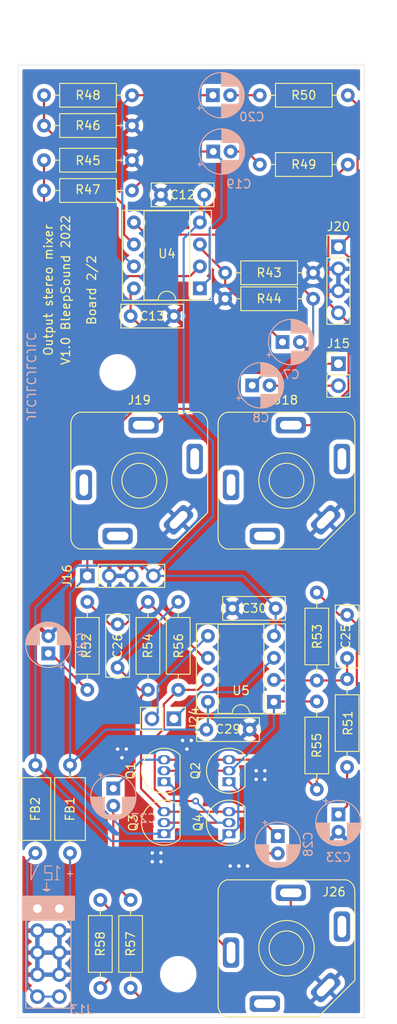
<source format=kicad_pcb>
(kicad_pcb (version 20211014) (generator pcbnew)
  (layers (0 "F.Cu" signal) (31 "B.Cu" signal) (34 "B.Paste" user) (35 "F.Paste" user) (36 "B.SilkS" user "B.Silkscreen") (37 "F.SilkS" user "F.Silkscreen") (38 "B.Mask" user) (39 "F.Mask" user) (44 "Edge.Cuts" user))
  (net 0 "")
  (net 1 "+12V")
  (net 2 "-12V")
  (net 3 "/AmpL")
  (net 4 "/AmpR")
  (net 5 "Net-(FB1-Pad2)")
  (net 6 "Net-(FB2-Pad2)")
  (net 7 "Net-(C23-Pad1)")
  (net 8 "Net-(C24-Pad1)")
  (net 9 "Net-(C25-Pad1)")
  (net 10 "/OutL")
  (net 11 "Net-(C26-Pad1)")
  (net 12 "Net-(C28-Pad2)")
  (net 13 "/Headphones Amp/Head-R")
  (net 14 "/Headphones Amp/Head-L")
  (net 15 "Net-(Q1-Pad2)")
  (net 16 "Net-(Q3-Pad2)")
  (net 17 "/OutR")
  (net 18 "Net-(C7-Pad1)")
  (net 19 "Net-(C8-Pad1)")
  (net 20 "Net-(C19-Pad2)")
  (net 21 "/Headphones Amp/HeadAmpL")
  (net 22 "/Headphones Amp/HeadAmpR")
  (net 23 "Net-(C20-Pad2)")
  (net 24 "Net-(C19-Pad1)")
  (net 25 "Net-(C20-Pad1)")
  (net 26 "Net-(C25-Pad2)")
  (net 27 "Net-(C26-Pad2)")
  (net 28 "Net-(C27-Pad2)")
  (net 35 "GND")
  (net 38 "Net-(R45-Pad2)")
  (net 39 "Net-(R46-Pad2)")
  (footprint "Resistor_THT:R_Axial_DIN0207_L6.3mm_D2.5mm_P10.16mm_Horizontal" (layer "F.Cu") (at 196 102.08 90)
    (fp_text reference "R53" (at 5.08 0.05 90) (layer "F.SilkS"))
    (fp_text value "10k")
    (pad "1" thru_hole circle locked (at 0 0 90) (size 1.6 1.6) (drill 0.8) (layers *.Cu *.Mask) (net 9 "Net-(C25-Pad1)"))
    (pad "2" thru_hole oval locked (at 10.16 0 90) (size 1.6 1.6) (drill 0.8) (layers *.Cu *.Mask) (net 26 "Net-(C25-Pad2)"))
  )
  (footprint "Synth:PJ-629HAN" (layer "F.Cu") (at 175.5 79)
    (fp_text reference "J19" (at 0 -9.3 unlocked) (layer "F.SilkS"))
    (fp_text value "OutL")
    (pad "R" thru_hole roundrect locked (at -6.4 0.5 270) (size 3.5 1.9) (drill oval 2.5 1) (layers *.Cu *.Mask))
    (pad "RN" thru_hole roundrect locked (at -2.5 6.4 180) (size 3.5 1.9) (drill oval 2.5 1) (layers *.Cu *.Mask))
    (pad "S" thru_hole roundrect locked (at 4.53 4.53 45) (size 3.5 1.9) (drill oval 2.5 1) (layers *.Cu *.Mask) (net 35 "GND"))
    (pad "T" thru_hole roundrect locked (at 0.5 -6.4 180) (size 3.5 1.9) (drill oval 2.5 1) (layers *.Cu *.Mask) (net 10 "/OutL"))
    (pad "TN" thru_hole roundrect locked (at 6.4 -2.5 90) (size 3.5 1.9) (drill oval 2.5 1) (layers *.Cu *.Mask))
  )
  (footprint "Resistor_THT:R_Axial_DIN0207_L6.3mm_D2.5mm_P10.16mm_Horizontal" (layer "F.Cu") (at 171 137.58 90)
    (fp_text reference "R58" (at 5.08 0 90) (layer "F.SilkS"))
    (fp_text value "47R")
    (pad "1" thru_hole circle locked (at 0 0 90) (size 1.6 1.6) (drill 0.8) (layers *.Cu *.Mask) (net 13 "/Headphones Amp/Head-R"))
    (pad "2" thru_hole oval locked (at 10.16 0 90) (size 1.6 1.6) (drill 0.8) (layers *.Cu *.Mask) (net 12 "Net-(C28-Pad2)"))
  )
  (footprint "Connector_PinHeader_2.54mm:PinHeader_1x04_P2.54mm_Vertical" (layer "F.Cu") (at 198.5 52)
    (fp_text reference "J20" (at 0 -2.33) (layer "F.SilkS"))
    (fp_text value "Jack 3.5 Out")
    (pad "1" thru_hole rect locked (at 0 0) (size 1.7 1.7) (drill 1) (layers *.Cu *.Mask) (net 17 "/OutR"))
    (pad "2" thru_hole oval locked (at 0 2.54) (size 1.7 1.7) (drill 1) (layers *.Cu *.Mask) (net 35 "GND"))
    (pad "3" thru_hole oval locked (at 0 5.08) (size 1.7 1.7) (drill 1) (layers *.Cu *.Mask) (net 35 "GND"))
    (pad "4" thru_hole oval locked (at 0 7.62) (size 1.7 1.7) (drill 1) (layers *.Cu *.Mask) (net 10 "/OutL"))
  )
  (footprint "Package_TO_SOT_THT:TO-92_Inline" (layer "F.Cu") (at 185.86 113.77 90)
    (fp_text reference "Q2" (at 1.27 -3.86 90) (layer "F.SilkS"))
    (fp_text value "BC558")
    (pad "1" thru_hole rect locked (at 0 0 90) (size 1.05 1.5) (drill 0.75) (layers *.Cu *.Mask) (net 2 "-12V"))
    (pad "2" thru_hole oval locked (at 1.27 0 90) (size 1.05 1.5) (drill 0.75) (layers *.Cu *.Mask) (net 15 "Net-(Q1-Pad2)"))
    (pad "3" thru_hole oval locked (at 2.54 0 90) (size 1.05 1.5) (drill 0.75) (layers *.Cu *.Mask) (net 26 "Net-(C25-Pad2)"))
  )
  (footprint "Connector_PinHeader_2.54mm:PinHeader_1x02_P2.54mm_Vertical" (layer "F.Cu") (at 198.5 65.5)
    (fp_text reference "J15" (at 0 -2.33) (layer "F.SilkS"))
    (fp_text value "Conn_01x02_Male")
    (pad "1" thru_hole rect locked (at 0 0) (size 1.7 1.7) (drill 1) (layers *.Cu *.Mask) (net 3 "/AmpL"))
    (pad "2" thru_hole oval locked (at 0 2.54) (size 1.7 1.7) (drill 1) (layers *.Cu *.Mask) (net 4 "/AmpR"))
  )
  (footprint "Inductor_THT:L_Axial_L7.0mm_D3.3mm_P10.16mm_Horizontal_Fastron_MICC" (layer "F.Cu") (at 167.5 111.84 -90)
    (fp_text reference "FB1" (at 5.08 0 90) (layer "F.SilkS"))
    (fp_text value "10R")
    (pad "1" thru_hole circle locked (at 0 0 270) (size 1.6 1.6) (drill 0.8) (layers *.Cu *.Mask) (net 1 "+12V"))
    (pad "2" thru_hole oval locked (at 10.16 0 270) (size 1.6 1.6) (drill 0.8) (layers *.Cu *.Mask) (net 5 "Net-(FB1-Pad2)"))
  )
  (footprint "Package_TO_SOT_THT:TO-92_Inline" (layer "F.Cu") (at 185.86 119.77 90)
    (fp_text reference "Q4" (at 1.27 -3.56 90) (layer "F.SilkS"))
    (fp_text value "BC558")
    (pad "1" thru_hole rect locked (at 0 0 90) (size 1.05 1.5) (drill 0.75) (layers *.Cu *.Mask) (net 2 "-12V"))
    (pad "2" thru_hole oval locked (at 1.27 0 90) (size 1.05 1.5) (drill 0.75) (layers *.Cu *.Mask) (net 16 "Net-(Q3-Pad2)"))
    (pad "3" thru_hole oval locked (at 2.54 0 90) (size 1.05 1.5) (drill 0.75) (layers *.Cu *.Mask) (net 27 "Net-(C26-Pad2)"))
  )
  (footprint "Resistor_THT:R_Axial_DIN0207_L6.3mm_D2.5mm_P10.16mm_Horizontal" (layer "F.Cu") (at 174.66 34.5 180)
    (fp_text reference "R48" (at 5.08 0) (layer "F.SilkS"))
    (fp_text value "100k")
    (pad "1" thru_hole circle locked (at 0 0 180) (size 1.6 1.6) (drill 0.8) (layers *.Cu *.Mask) (net 25 "Net-(C20-Pad1)"))
    (pad "2" thru_hole oval locked (at 10.16 0 180) (size 1.6 1.6) (drill 0.8) (layers *.Cu *.Mask) (net 39 "Net-(R46-Pad2)"))
  )
  (footprint "Resistor_THT:R_Axial_DIN0207_L6.3mm_D2.5mm_P10.16mm_Horizontal" (layer "F.Cu") (at 196 104.5 -90)
    (fp_text reference "R55" (at 5.08 0 90) (layer "F.SilkS"))
    (fp_text value "560R")
    (pad "1" thru_hole circle locked (at 0 0 270) (size 1.6 1.6) (drill 0.8) (layers *.Cu *.Mask) (net 15 "Net-(Q1-Pad2)"))
    (pad "2" thru_hole oval locked (at 10.16 0 270) (size 1.6 1.6) (drill 0.8) (layers *.Cu *.Mask) (net 26 "Net-(C25-Pad2)"))
  )
  (footprint "Resistor_THT:R_Axial_DIN0207_L6.3mm_D2.5mm_P10.16mm_Horizontal" (layer "F.Cu") (at 199.5 112.08 90)
    (fp_text reference "R51" (at 5.08 0.1 90) (layer "F.SilkS"))
    (fp_text value "1k")
    (pad "1" thru_hole circle locked (at 0 0 90) (size 1.6 1.6) (drill 0.8) (layers *.Cu *.Mask) (net 7 "Net-(C23-Pad1)"))
    (pad "2" thru_hole oval locked (at 10.16 0 90) (size 1.6 1.6) (drill 0.8) (layers *.Cu *.Mask) (net 9 "Net-(C25-Pad1)"))
  )
  (footprint "Synth:PJ-629HAN" (layer "F.Cu") (at 192.5 79)
    (fp_text reference "J18" (at 0 -9.3 unlocked) (layer "F.SilkS"))
    (fp_text value "OutR")
    (pad "R" thru_hole roundrect locked (at -6.4 0.5 270) (size 3.5 1.9) (drill oval 2.5 1) (layers *.Cu *.Mask))
    (pad "RN" thru_hole roundrect locked (at -2.5 6.4 180) (size 3.5 1.9) (drill oval 2.5 1) (layers *.Cu *.Mask))
    (pad "S" thru_hole roundrect locked (at 4.53 4.53 45) (size 3.5 1.9) (drill oval 2.5 1) (layers *.Cu *.Mask) (net 35 "GND"))
    (pad "T" thru_hole roundrect locked (at 0.5 -6.4 180) (size 3.5 1.9) (drill oval 2.5 1) (layers *.Cu *.Mask) (net 17 "/OutR"))
    (pad "TN" thru_hole roundrect locked (at 6.4 -2.5 90) (size 3.5 1.9) (drill oval 2.5 1) (layers *.Cu *.Mask))
  )
  (footprint "MountingHole:MountingHole_3.2mm_M3" (layer "F.Cu") (at 180 136)
    (fp_text reference "H6" hide)
    (fp_text value "SpacerHoles")
    (pad "" np_thru_hole circle locked (at 0 0) (size 3.2 3.2) (drill 3.2) (layers *.Cu *.Mask))
  )
  (footprint "Capacitor_THT:C_Disc_D7.0mm_W2.5mm_P5.00mm" (layer "F.Cu") (at 174.5 60)
    (fp_text reference "C13" (at 2.5 0) (layer "F.SilkS"))
    (fp_text value "100nF")
    (pad "1" thru_hole circle locked (at 0 0) (size 1.6 1.6) (drill 0.8) (layers *.Cu *.Mask) (net 1 "+12V"))
    (pad "2" thru_hole circle locked (at 5 0) (size 1.6 1.6) (drill 0.8) (layers *.Cu *.Mask) (net 35 "GND"))
  )
  (footprint "Resistor_THT:R_Axial_DIN0207_L6.3mm_D2.5mm_P10.16mm_Horizontal" (layer "F.Cu") (at 174.66 42 180)
    (fp_text reference "R45" (at 5.08 -0.05) (layer "F.SilkS"))
    (fp_text value "100k")
    (pad "1" thru_hole circle locked (at 0 0 180) (size 1.6 1.6) (drill 0.8) (layers *.Cu *.Mask) (net 35 "GND"))
    (pad "2" thru_hole oval locked (at 10.16 0 180) (size 1.6 1.6) (drill 0.8) (layers *.Cu *.Mask) (net 38 "Net-(R45-Pad2)"))
  )
  (footprint "Resistor_THT:R_Axial_DIN0207_L6.3mm_D2.5mm_P10.16mm_Horizontal" (layer "F.Cu") (at 199.58 34.5 180)
    (fp_text reference "R50" (at 5.08 0) (layer "F.SilkS"))
    (fp_text value "470R")
    (pad "1" thru_hole circle locked (at 0 0 180) (size 1.6 1.6) (drill 0.8) (layers *.Cu *.Mask) (net 17 "/OutR"))
    (pad "2" thru_hole oval locked (at 10.16 0 180) (size 1.6 1.6) (drill 0.8) (layers *.Cu *.Mask) (net 23 "Net-(C20-Pad2)"))
  )
  (footprint "Package_TO_SOT_THT:TO-92_Inline" (layer "F.Cu") (at 178.36 113.77 90)
    (fp_text reference "Q1" (at 1.27 -3.86 90) (layer "F.SilkS"))
    (fp_text value "BC548")
    (pad "1" thru_hole rect locked (at 0 0 90) (size 1.05 1.5) (drill 0.75) (layers *.Cu *.Mask) (net 1 "+12V"))
    (pad "2" thru_hole oval locked (at 1.27 0 90) (size 1.05 1.5) (drill 0.75) (layers *.Cu *.Mask) (net 15 "Net-(Q1-Pad2)"))
    (pad "3" thru_hole oval locked (at 2.54 0 90) (size 1.05 1.5) (drill 0.75) (layers *.Cu *.Mask) (net 26 "Net-(C25-Pad2)"))
  )
  (footprint "Resistor_THT:R_Axial_DIN0207_L6.3mm_D2.5mm_P10.16mm_Horizontal" (layer "F.Cu") (at 169.5 103.16 90)
    (fp_text reference "R52" (at 5.08 -0.1 90) (layer "F.SilkS"))
    (fp_text value "1k")
    (pad "1" thru_hole circle locked (at 0 0 90) (size 1.6 1.6) (drill 0.8) (layers *.Cu *.Mask) (net 8 "Net-(C24-Pad1)"))
    (pad "2" thru_hole oval locked (at 10.16 0 90) (size 1.6 1.6) (drill 0.8) (layers *.Cu *.Mask) (net 11 "Net-(C26-Pad1)"))
  )
  (footprint "Package_TO_SOT_THT:TO-92_Inline" (layer "F.Cu") (at 178.36 119.77 90)
    (fp_text reference "Q3" (at 1.27 -3.56 90) (layer "F.SilkS"))
    (fp_text value "BC548")
    (pad "1" thru_hole rect locked (at 0 0 90) (size 1.05 1.5) (drill 0.75) (layers *.Cu *.Mask) (net 1 "+12V"))
    (pad "2" thru_hole oval locked (at 1.27 0 90) (size 1.05 1.5) (drill 0.75) (layers *.Cu *.Mask) (net 16 "Net-(Q3-Pad2)"))
    (pad "3" thru_hole oval locked (at 2.54 0 90) (size 1.05 1.5) (drill 0.75) (layers *.Cu *.Mask) (net 27 "Net-(C26-Pad2)"))
  )
  (footprint "Resistor_THT:R_Axial_DIN0207_L6.3mm_D2.5mm_P10.16mm_Horizontal" (layer "F.Cu") (at 199.58 42.5 180)
    (fp_text reference "R49" (at 5.08 0) (layer "F.SilkS"))
    (fp_text value "470R")
    (pad "1" thru_hole circle locked (at 0 0 180) (size 1.6 1.6) (drill 0.8) (layers *.Cu *.Mask) (net 10 "/OutL"))
    (pad "2" thru_hole oval locked (at 10.16 0 180) (size 1.6 1.6) (drill 0.8) (layers *.Cu *.Mask) (net 20 "Net-(C19-Pad2)"))
  )
  (footprint "Connector_PinHeader_2.54mm:PinHeader_1x04_P2.54mm_Vertical" (layer "F.Cu") (at 169.5 90 90)
    (fp_text reference "J16" (at 0 -2.33 90) (layer "F.SilkS"))
    (fp_text value "Conn_01x04_Male")
    (pad "1" thru_hole rect locked (at 0 0 90) (size 1.7 1.7) (drill 1) (layers *.Cu *.Mask) (net 1 "+12V"))
    (pad "2" thru_hole oval locked (at 0 2.54 90) (size 1.7 1.7) (drill 1) (layers *.Cu *.Mask) (net 35 "GND"))
    (pad "3" thru_hole oval locked (at 0 5.08 90) (size 1.7 1.7) (drill 1) (layers *.Cu *.Mask) (net 35 "GND"))
    (pad "4" thru_hole oval locked (at 0 7.62 90) (size 1.7 1.7) (drill 1) (layers *.Cu *.Mask) (net 2 "-12V"))
  )
  (footprint "Resistor_THT:R_Axial_DIN0207_L6.3mm_D2.5mm_P10.16mm_Horizontal" (layer "F.Cu") (at 180 103.16 90)
    (fp_text reference "R56" (at 5.08 0.05 90) (layer "F.SilkS"))
    (fp_text value "560R")
    (pad "1" thru_hole circle locked (at 0 0 90) (size 1.6 1.6) (drill 0.8) (layers *.Cu *.Mask) (net 16 "Net-(Q3-Pad2)"))
    (pad "2" thru_hole oval locked (at 10.16 0 90) (size 1.6 1.6) (drill 0.8) (layers *.Cu *.Mask) (net 27 "Net-(C26-Pad2)"))
  )
  (footprint "Resistor_THT:R_Axial_DIN0207_L6.3mm_D2.5mm_P10.16mm_Horizontal" (layer "F.Cu") (at 176.5 93 -90)
    (fp_text reference "R54" (at 5.08 0 90) (layer "F.SilkS"))
    (fp_text value "10k")
    (pad "1" thru_hole circle locked (at 0 0 270) (size 1.6 1.6) (drill 0.8) (layers *.Cu *.Mask) (net 11 "Net-(C26-Pad1)"))
    (pad "2" thru_hole oval locked (at 10.16 0 270) (size 1.6 1.6) (drill 0.8) (layers *.Cu *.Mask) (net 27 "Net-(C26-Pad2)"))
  )
  (footprint "Capacitor_THT:C_Disc_D7.0mm_W2.5mm_P5.00mm" (layer "F.Cu") (at 178 46)
    (fp_text reference "C12" (at 2.5 0) (layer "F.SilkS"))
    (fp_text value "100nF")
    (pad "1" thru_hole circle locked (at 0 0) (size 1.6 1.6) (drill 0.8) (layers *.Cu *.Mask) (net 35 "GND"))
    (pad "2" thru_hole circle locked (at 5 0) (size 1.6 1.6) (drill 0.8) (layers *.Cu *.Mask) (net 2 "-12V"))
  )
  (footprint "Package_DIP:DIP-8_W7.62mm_Socket" (layer "F.Cu") (at 182.5 56.8 180)
    (fp_text reference "U4" (at 3.81 4) (layer "F.SilkS"))
    (fp_text value "TL072")
    (pad "1" thru_hole rect locked (at 0 0 180) (size 1.6 1.6) (drill 0.8) (layers *.Cu *.Mask) (net 24 "Net-(C19-Pad1)"))
    (pad "2" thru_hole oval locked (at 0 2.54 180) (size 1.6 1.6) (drill 0.8) (layers *.Cu *.Mask) (net 38 "Net-(R45-Pad2)"))
    (pad "3" thru_hole oval locked (at 0 5.08 180) (size 1.6 1.6) (drill 0.8) (layers *.Cu *.Mask) (net 18 "Net-(C7-Pad1)"))
    (pad "4" thru_hole oval locked (at 0 7.62 180) (size 1.6 1.6) (drill 0.8) (layers *.Cu *.Mask) (net 2 "-12V"))
    (pad "5" thru_hole oval locked (at 7.62 7.62 180) (size 1.6 1.6) (drill 0.8) (layers *.Cu *.Mask) (net 19 "Net-(C8-Pad1)"))
    (pad "6" thru_hole oval locked (at 7.62 5.08 180) (size 1.6 1.6) (drill 0.8) (layers *.Cu *.Mask) (net 39 "Net-(R46-Pad2)"))
    (pad "7" thru_hole oval locked (at 7.62 2.54 180) (size 1.6 1.6) (drill 0.8) (layers *.Cu *.Mask) (net 25 "Net-(C20-Pad1)"))
    (pad "8" thru_hole oval locked (at 7.62 0 180) (size 1.6 1.6) (drill 0.8) (layers *.Cu *.Mask) (net 1 "+12V"))
  )
  (footprint "Capacitor_THT:C_Disc_D7.0mm_W2.5mm_P5.00mm" (layer "F.Cu") (at 173 95.58 -90)
    (fp_text reference "C26" (at 2.5 0 90) (layer "F.SilkS"))
    (fp_text value "470pF")
    (pad "1" thru_hole circle locked (at 0 0 270) (size 1.6 1.6) (drill 0.8) (layers *.Cu *.Mask) (net 11 "Net-(C26-Pad1)"))
    (pad "2" thru_hole circle locked (at 5 0 270) (size 1.6 1.6) (drill 0.8) (layers *.Cu *.Mask) (net 27 "Net-(C26-Pad2)"))
  )
  (footprint "Resistor_THT:R_Axial_DIN0207_L6.3mm_D2.5mm_P10.16mm_Horizontal" (layer "F.Cu") (at 174.5 137.58 90)
    (fp_text reference "R57" (at 5.08 0 90) (layer "F.SilkS"))
    (fp_text value "47R")
    (pad "1" thru_hole circle locked (at 0 0 90) (size 1.6 1.6) (drill 0.8) (layers *.Cu *.Mask) (net 14 "/Headphones Amp/Head-L"))
    (pad "2" thru_hole oval locked (at 10.16 0 90) (size 1.6 1.6) (drill 0.8) (layers *.Cu *.Mask) (net 28 "Net-(C27-Pad2)"))
  )
  (footprint "Resistor_THT:R_Axial_DIN0207_L6.3mm_D2.5mm_P10.16mm_Horizontal" (layer "F.Cu") (at 174.66 45.5 180)
    (fp_text reference "R47" (at 5.099775 0.1) (layer "F.SilkS"))
    (fp_text value "100k")
    (pad "1" thru_hole circle locked (at 0 0 180) (size 1.6 1.6) (drill 0.8) (layers *.Cu *.Mask) (net 24 "Net-(C19-Pad1)"))
    (pad "2" thru_hole oval locked (at 10.16 0 180) (size 1.6 1.6) (drill 0.8) (layers *.Cu *.Mask) (net 38 "Net-(R45-Pad2)"))
  )
  (footprint "Resistor_THT:R_Axial_DIN0207_L6.3mm_D2.5mm_P10.16mm_Horizontal" (layer "F.Cu") (at 185.42 58)
    (fp_text reference "R44" (at 5.08 0) (layer "F.SilkS"))
    (fp_text value "100k")
    (pad "1" thru_hole circle locked (at 0 0) (size 1.6 1.6) (drill 0.8) (layers *.Cu *.Mask) (net 35 "GND"))
    (pad "2" thru_hole oval locked (at 10.16 0) (size 1.6 1.6) (drill 0.8) (layers *.Cu *.Mask) (net 19 "Net-(C8-Pad1)"))
  )
  (footprint "Inductor_THT:L_Axial_L7.0mm_D3.3mm_P10.16mm_Horizontal_Fastron_MICC" (layer "F.Cu") (at 163.5 111.84 -90)
    (fp_text reference "FB2" (at 5.08 0 90) (layer "F.SilkS"))
    (fp_text value "10R")
    (pad "1" thru_hole circle locked (at 0 0 270) (size 1.6 1.6) (drill 0.8) (layers *.Cu *.Mask) (net 2 "-12V"))
    (pad "2" thru_hole oval locked (at 10.16 0 270) (size 1.6 1.6) (drill 0.8) (layers *.Cu *.Mask) (net 6 "Net-(FB2-Pad2)"))
  )
  (footprint "Capacitor_THT:C_Disc_D7.0mm_W2.5mm_P5.00mm" (layer "F.Cu") (at 191.25 93.75 180)
    (fp_text reference "C30" (at 2.5 0) (layer "F.SilkS"))
    (fp_text value "100nF")
    (pad "1" thru_hole circle locked (at 0 0 180) (size 1.6 1.6) (drill 0.8) (layers *.Cu *.Mask) (net 2 "-12V"))
    (pad "2" thru_hole circle locked (at 5 0 180) (size 1.6 1.6) (drill 0.8) (layers *.Cu *.Mask) (net 35 "GND"))
  )
  (footprint "Capacitor_THT:C_Disc_D7.0mm_W2.5mm_P5.00mm" (layer "F.Cu") (at 183.25 107.75)
    (fp_text reference "C29" (at 2.5 -0.05) (layer "F.SilkS"))
    (fp_text value "100nF")
    (pad "1" thru_hole circle locked (at 0 0) (size 1.6 1.6) (drill 0.8) (layers *.Cu *.Mask) (net 1 "+12V"))
    (pad "2" thru_hole circle locked (at 5 0) (size 1.6 1.6) (drill 0.8) (layers *.Cu *.Mask) (net 35 "GND"))
  )
  (footprint "Resistor_THT:R_Axial_DIN0207_L6.3mm_D2.5mm_P10.16mm_Horizontal" (layer "F.Cu") (at 174.66 38 180)
    (fp_text reference "R46" (at 5.08 0) (layer "F.SilkS"))
    (fp_text value "100k")
    (pad "1" thru_hole circle locked (at 0 0 180) (size 1.6 1.6) (drill 0.8) (layers *.Cu *.Mask) (net 35 "GND"))
    (pad "2" thru_hole oval locked (at 10.16 0 180) (size 1.6 1.6) (drill 0.8) (layers *.Cu *.Mask) (net 39 "Net-(R46-Pad2)"))
  )
  (footprint "MountingHole:MountingHole_3.2mm_M3" (layer "F.Cu") (at 173 66.5)
    (fp_text reference "H8" hide)
    (fp_text value "SpacerHoles")
    (pad "" np_thru_hole circle locked (at 0 0) (size 3.2 3.2) (drill 3.2) (layers *.Cu *.Mask))
  )
  (footprint "Resistor_THT:R_Axial_DIN0207_L6.3mm_D2.5mm_P10.16mm_Horizontal" (layer "F.Cu") (at 195.58 55 180)
    (fp_text reference "R43" (at 5.08 0) (layer "F.SilkS"))
    (fp_text value "100k")
    (pad "1" thru_hole circle locked (at 0 0 180) (size 1.6 1.6) (drill 0.8) (layers *.Cu *.Mask) (net 35 "GND"))
    (pad "2" thru_hole oval locked (at 10.16 0 180) (size 1.6 1.6) (drill 0.8) (layers *.Cu *.Mask) (net 18 "Net-(C7-Pad1)"))
  )
  (footprint "Package_DIP:DIP-8_W7.62mm_Socket" (layer "F.Cu") (at 191.05 104.55 180)
    (fp_text reference "U5" (at 3.8 1.3) (layer "F.SilkS"))
    (fp_text value "TL072")
    (pad "1" thru_hole rect locked (at 0 0 180) (size 1.6 1.6) (drill 0.8) (layers *.Cu *.Mask) (net 15 "Net-(Q1-Pad2)"))
    (pad "2" thru_hole oval locked (at 0 2.54 180) (size 1.6 1.6) (drill 0.8) (layers *.Cu *.Mask) (net 9 "Net-(C25-Pad1)"))
    (pad "3" thru_hole oval locked (at 0 5.08 180) (size 1.6 1.6) (drill 0.8) (layers *.Cu *.Mask) (net 21 "/Headphones Amp/HeadAmpL"))
    (pad "4" thru_hole oval locked (at 0 7.62 180) (size 1.6 1.6) (drill 0.8) (layers *.Cu *.Mask) (net 2 "-12V"))
    (pad "5" thru_hole oval locked (at 7.62 7.62 180) (size 1.6 1.6) (drill 0.8) (layers *.Cu *.Mask) (net 22 "/Headphones Amp/HeadAmpR"))
    (pad "6" thru_hole oval locked (at 7.62 5.08 180) (size 1.6 1.6) (drill 0.8) (layers *.Cu *.Mask) (net 11 "Net-(C26-Pad1)"))
    (pad "7" thru_hole oval locked (at 7.62 2.54 180) (size 1.6 1.6) (drill 0.8) (layers *.Cu *.Mask) (net 16 "Net-(Q3-Pad2)"))
    (pad "8" thru_hole oval locked (at 7.62 0 180) (size 1.6 1.6) (drill 0.8) (layers *.Cu *.Mask) (net 1 "+12V"))
  )
  (footprint "Connector_PinHeader_2.54mm:PinHeader_1x02_P2.54mm_Vertical" (layer "F.Cu") (at 179.5 106.5 -90)
    (fp_text reference "J24" (at 0 -2.33 90) (layer "F.SilkS"))
    (fp_text value "Conn_01x02_Male")
    (pad "1" thru_hole rect locked (at 0 0 270) (size 1.7 1.7) (drill 1) (layers *.Cu *.Mask) (net 21 "/Headphones Amp/HeadAmpL"))
    (pad "2" thru_hole oval locked (at 0 2.54 270) (size 1.7 1.7) (drill 1) (layers *.Cu *.Mask) (net 22 "/Headphones Amp/HeadAmpR"))
  )
  (footprint "Capacitor_THT:C_Disc_D7.0mm_W2.5mm_P5.00mm" (layer "F.Cu") (at 199.5 99.5 90)
    (fp_text reference "C25" (at 2.5 -0.15 90) (layer "F.SilkS"))
    (fp_text value "470pF")
    (pad "1" thru_hole circle locked (at 0 0 90) (size 1.6 1.6) (drill 0.8) (layers *.Cu *.Mask) (net 9 "Net-(C25-Pad1)"))
    (pad "2" thru_hole circle locked (at 5 0 90) (size 1.6 1.6) (drill 0.8) (layers *.Cu *.Mask) (net 26 "Net-(C25-Pad2)"))
  )
  (footprint "Synth:PJ-629HAN" (layer "F.Cu") (at 192.5 133)
    (fp_text reference "J26" (at 5.5 -6.5 unlocked) (layer "F.SilkS"))
    (fp_text value "OutHeadStereo")
    (pad "R" thru_hole roundrect locked (at -6.4 0.5 270) (size 3.5 1.9) (drill oval 2.5 1) (layers *.Cu *.Mask) (net 13 "/Headphones Amp/Head-R"))
    (pad "RN" thru_hole roundrect locked (at -2.5 6.4 180) (size 3.5 1.9) (drill oval 2.5 1) (layers *.Cu *.Mask))
    (pad "S" thru_hole roundrect locked (at 4.53 4.53 45) (size 3.5 1.9) (drill oval 2.5 1) (layers *.Cu *.Mask) (net 35 "GND"))
    (pad "T" thru_hole roundrect locked (at 0.5 -6.4 180) (size 3.5 1.9) (drill oval 2.5 1) (layers *.Cu *.Mask) (net 14 "/Headphones Amp/Head-L"))
    (pad "TN" thru_hole roundrect locked (at 6.4 -2.5 90) (size 3.5 1.9) (drill oval 2.5 1) (layers *.Cu *.Mask))
  )
  (footprint "Capacitor_THT:CP_Radial_D5.0mm_P2.00mm" (layer "B.Cu") (at 188.544887 68)
    (fp_text reference "C8" (at 1 3.75) (layer "B.SilkS") (effects (justify mirror)))
    (fp_text value "10µF")
    (pad "1" thru_hole rect locked (at 0 0) (size 1.6 1.6) (drill 0.8) (layers *.Cu *.Mask) (net 19 "Net-(C8-Pad1)"))
    (pad "2" thru_hole circle locked (at 2 0) (size 1.6 1.6) (drill 0.8) (layers *.Cu *.Mask) (net 4 "/AmpR"))
  )
  (footprint "Capacitor_THT:CP_Radial_D5.0mm_P2.00mm" (layer "B.Cu") (at 184 34.5)
    (fp_text reference "C20" (at 4.5 2.5) (layer "B.SilkS") (effects (justify mirror)))
    (fp_text value "10µF")
    (pad "1" thru_hole rect locked (at 0 0) (size 1.6 1.6) (drill 0.8) (layers *.Cu *.Mask) (net 25 "Net-(C20-Pad1)"))
    (pad "2" thru_hole circle locked (at 2 0) (size 1.6 1.6) (drill 0.8) (layers *.Cu *.Mask) (net 23 "Net-(C20-Pad2)"))
  )
  (footprint "Capacitor_THT:CP_Radial_D5.0mm_P2.00mm" (layer "B.Cu") (at 165 98.955112 90)
    (fp_text reference "C24" (at 1 3.75 90) (layer "B.SilkS") (effects (justify mirror)))
    (fp_text value "10µF")
    (pad "1" thru_hole rect locked (at 0 0 90) (size 1.6 1.6) (drill 0.8) (layers *.Cu *.Mask) (net 8 "Net-(C24-Pad1)"))
    (pad "2" thru_hole circle locked (at 2 0 90) (size 1.6 1.6) (drill 0.8) (layers *.Cu *.Mask) (net 35 "GND"))
  )
  (footprint "Capacitor_THT:CP_Radial_D5.0mm_P2.00mm" (layer "B.Cu") (at 184.044887 41)
    (fp_text reference "C19" (at 2.955113 3.75) (layer "B.SilkS") (effects (justify mirror)))
    (fp_text value "10µF")
    (pad "1" thru_hole rect locked (at 0 0) (size 1.6 1.6) (drill 0.8) (layers *.Cu *.Mask) (net 24 "Net-(C19-Pad1)"))
    (pad "2" thru_hole circle locked (at 2 0) (size 1.6 1.6) (drill 0.8) (layers *.Cu *.Mask) (net 20 "Net-(C19-Pad2)"))
  )
  (footprint "Capacitor_THT:CP_Radial_D5.0mm_P2.00mm" (layer "B.Cu") (at 198.5 117.544888 -90)
    (fp_text reference "C23" (at 4.955112 0 180) (layer "B.SilkS") (effects (justify mirror)))
    (fp_text value "10µF")
    (pad "1" thru_hole rect locked (at 0 0 270) (size 1.6 1.6) (drill 0.8) (layers *.Cu *.Mask) (net 7 "Net-(C23-Pad1)"))
    (pad "2" thru_hole circle locked (at 2 0 270) (size 1.6 1.6) (drill 0.8) (layers *.Cu *.Mask) (net 35 "GND"))
  )
  (footprint "Capacitor_THT:CP_Radial_D5.0mm_P2.00mm" (layer "B.Cu") (at 191.5 120.044888 -90)
    (fp_text reference "C28" (at 0.955112 -3.5 90) (layer "B.SilkS") (effects (justify mirror)))
    (fp_text value "10µF")
    (pad "1" thru_hole rect locked (at 0 0 270) (size 1.6 1.6) (drill 0.8) (layers *.Cu *.Mask) (net 27 "Net-(C26-Pad2)"))
    (pad "2" thru_hole circle locked (at 2 0 270) (size 1.6 1.6) (drill 0.8) (layers *.Cu *.Mask) (net 12 "Net-(C28-Pad2)"))
  )
  (footprint "Connector_PinHeader_2.54mm:PinHeader_2x05_P2.54mm_Vertical" (layer "B.Cu") (at 166.275 128.425 180)
    (fp_text reference "J13" (at -2.5 -11.66) (layer "B.SilkS") (effects (justify mirror)))
    (fp_text value "Power Input")
    (pad "1" thru_hole rect locked (at 0 0 180) (size 1.7 1.7) (drill 1) (layers *.Cu *.Mask) (net 5 "Net-(FB1-Pad2)"))
    (pad "2" thru_hole oval locked (at 2.54 0 180) (size 1.7 1.7) (drill 1) (layers *.Cu *.Mask) (net 5 "Net-(FB1-Pad2)"))
    (pad "3" thru_hole oval locked (at 0 -2.54 180) (size 1.7 1.7) (drill 1) (layers *.Cu *.Mask) (net 35 "GND"))
    (pad "4" thru_hole oval locked (at 2.54 -2.54 180) (size 1.7 1.7) (drill 1) (layers *.Cu *.Mask) (net 35 "GND"))
    (pad "5" thru_hole oval locked (at 0 -5.08 180) (size 1.7 1.7) (drill 1) (layers *.Cu *.Mask) (net 35 "GND"))
    (pad "6" thru_hole oval locked (at 2.54 -5.08 180) (size 1.7 1.7) (drill 1) (layers *.Cu *.Mask) (net 35 "GND"))
    (pad "7" thru_hole oval locked (at 0 -7.62 180) (size 1.7 1.7) (drill 1) (layers *.Cu *.Mask) (net 35 "GND"))
    (pad "8" thru_hole oval locked (at 2.54 -7.62 180) (size 1.7 1.7) (drill 1) (layers *.Cu *.Mask) (net 35 "GND"))
    (pad "9" thru_hole oval locked (at 0 -10.16 180) (size 1.7 1.7) (drill 1) (layers *.Cu *.Mask) (net 6 "Net-(FB2-Pad2)"))
    (pad "10" thru_hole oval locked (at 2.54 -10.16 180) (size 1.7 1.7) (drill 1) (layers *.Cu *.Mask) (net 6 "Net-(FB2-Pad2)"))
  )
  (footprint "Capacitor_THT:CP_Radial_D5.0mm_P2.00mm" (layer "B.Cu") (at 172.5 114.544887 -90)
    (fp_text reference "C27" (at 3.455113 -3.5) (layer "B.SilkS") (effects (justify mirror)))
    (fp_text value "10µF")
    (pad "1" thru_hole rect locked (at 0 0 270) (size 1.6 1.6) (drill 0.8) (layers *.Cu *.Mask) (net 26 "Net-(C25-Pad2)"))
    (pad "2" thru_hole circle locked (at 2 0 270) (size 1.6 1.6) (drill 0.8) (layers *.Cu *.Mask) (net 28 "Net-(C27-Pad2)"))
  )
  (footprint "Capacitor_THT:CP_Radial_D5.0mm_P2.00mm" (layer "B.Cu") (at 192.044888 63)
    (fp_text reference "C7" (at 1 3.75) (layer "B.SilkS") (effects (justify mirror)))
    (fp_text value "10µF")
    (pad "1" thru_hole rect locked (at 0 0) (size 1.6 1.6) (drill 0.8) (layers *.Cu *.Mask) (net 18 "Net-(C7-Pad1)"))
    (pad "2" thru_hole circle locked (at 2 0) (size 1.6 1.6) (drill 0.8) (layers *.Cu *.Mask) (net 3 "/AmpL"))
  )
  (gr_line (start 164.6 123.5) (end 165.4 123.5) (layer "B.SilkS") (width 0.12))
  (gr_poly (pts (xy 168 129.75) (xy 162 129.75) (xy 162 127) (xy 168 127)) (layer "B.SilkS") (width 0.15) (fill solid))
  (gr_line (start 166 123.5) (end 166.3 123.8) (layer "B.SilkS") (width 0.12))
  (gr_line (start 163.1 123.4) (end 163 123.4) (layer "B.SilkS") (width 0.12))
  (gr_line (start 164.6 124.3) (end 164.6 123.5) (layer "B.SilkS") (width 0.12))
  (gr_line (start 163 123.4) (end 163 125.1) (layer "B.SilkS") (width 0.12))
  (gr_line (start 167.2 124.4) (end 167.8 124.4) (layer "B.SilkS") (width 0.12))
  (gr_line (start 165.4 125.1) (end 165.4 124.3) (layer "B.SilkS") (width 0.12))
  (gr_line (start 166 125.1) (end 166.2 125.1) (layer "B.SilkS") (width 0.12))
  (gr_line (start 163.9 123.4) (end 163.8 123.4) (layer "B.SilkS") (width 0.12))
  (gr_line (start 165.4 124.3) (end 164.6 124.3) (layer "B.SilkS") (width 0.12))
  (gr_line (start 163 125.1) (end 163.8 123.4) (layer "B.SilkS") (width 0.12))
  (gr_poly (pts (xy 164.8 126.4) (xy 165.2 126.2) (xy 164.4 126.2)) (layer "B.SilkS") (width 0.12) (fill solid))
  (gr_line (start 165.8 125.1) (end 166 125.1) (layer "B.SilkS") (width 0.12))
  (gr_line (start 166 125.1) (end 166 123.5) (layer "B.SilkS") (width 0.12))
  (gr_line (start 167.5 124.7) (end 167.5 124.1) (layer "B.SilkS") (width 0.12))
  (gr_line (start 164.6 125.1) (end 165.4 125.1) (layer "B.SilkS") (width 0.12))
  (gr_line (start 164.8 125.4) (end 164.8 126.4) (layer "B.SilkS") (width 0.12))
  (gr_line (start 161.5 31) (end 161.5 141) (layer "Edge.Cuts") (width 0.05))
  (gr_line (start 161.5 31) (end 201.5 31) (layer "Edge.Cuts") (width 0.05))
  (gr_line (start 201.5 141) (end 161.5 141) (layer "Edge.Cuts") (width 0.05))
  (gr_line (start 201.5 31) (end 201.5 141) (layer "Edge.Cuts") (width 0.05))
  (gr_text "JLCJLCJLCJLC\n" (at 163 67 -90) (layer "B.SilkS") (effects (font (size 1 1)) (justify mirror)))
  (gr_text "V1.0 BleepSound 2022\n" (at 167 57 90) (layer "F.SilkS") (effects (font (size 1 1))))
  (gr_text "Output stereo mixer" (at 165 57 90) (layer "F.SilkS") (effects (font (size 1 1))))
  (gr_text "Board 2/2" (at 170 57 90) (layer "F.SilkS") (effects (font (size 1 1))))
  (segment (start 169.5 90) (end 169.5 83) (width 0.25) (layer "F.Cu") (net 1))
  (segment (start 176.5 69.219308) (end 176.5 62) (width 0.25) (layer "F.Cu") (net 1))
  (segment (start 169.5 83) (end 171.5 81) (width 0.25) (layer "F.Cu") (net 1))
  (segment (start 171.5 81) (end 171.5 74.219308) (width 0.25) (layer "F.Cu") (net 1))
  (segment (start 174.5 60) (end 174.5 57.18) (width 0.25) (layer "F.Cu") (net 1))
  (segment (start 171.5 74.219308) (end 176.5 69.219308) (width 0.25) (layer "F.Cu") (net 1))
  (segment (start 174.5 57.18) (end 174.88 56.8) (width 0.25) (layer "F.Cu") (net 1))
  (segment (start 176.5 62) (end 174.5 60) (width 0.25) (layer "F.Cu") (net 1))
  (segment (start 167.5 111.84) (end 167.5 113.135187) (width 0.25) (layer "B.Cu") (net 1))
  (segment (start 178.36 113.77) (end 178.77 113.77) (width 0.25) (layer "B.Cu") (net 1))
  (segment (start 174.134813 119.77) (end 178.36 119.77) (width 0.25) (layer "B.Cu") (net 1))
  (segment (start 179.5 114.5) (end 179.5 119) (width 0.25) (layer "B.Cu") (net 1))
  (segment (start 167.5 113.135187) (end 174.134813 119.77) (width 0.25) (layer "B.Cu") (net 1))
  (segment (start 169.5 90) (end 167.5 92) (width 0.25) (layer "B.Cu") (net 1))
  (segment (start 178.36 119.77) (end 178.73 119.77) (width 0.25) (layer "B.Cu") (net 1))
  (segment (start 183.43 104.55) (end 183.43 107.57) (width 0.25) (layer "B.Cu") (net 1))
  (segment (start 171.59 107.75) (end 167.5 111.84) (width 0.25) (layer "B.Cu") (net 1))
  (segment (start 178.77 113.77) (end 179.5 114.5) (width 0.25) (layer "B.Cu") (net 1))
  (segment (start 178.73 119.77) (end 179.5 119) (width 0.25) (layer "B.Cu") (net 1))
  (segment (start 167.5 92) (end 167.5 111.84) (width 0.25) (layer "B.Cu") (net 1))
  (segment (start 183.25 107.75) (end 171.59 107.75) (width 0.25) (layer "B.Cu") (net 1))
  (segment (start 183.43 107.57) (end 183.25 107.75) (width 0.25) (layer "B.Cu") (net 1))
  (segment (start 183 48.68) (end 182.5 49.18) (width 0.25) (layer "B.Cu") (net 2))
  (segment (start 185.86 119.77) (end 185.010489 120.619511) (width 0.25) (layer "B.Cu") (net 2))
  (segment (start 163.5 93.650978) (end 168.325489 88.825489) (width 0.25) (layer "B.Cu") (net 2))
  (segment (start 185.86 113.77) (end 186.93452 114.84452) (width 0.25) (layer "B.Cu") (net 2))
  (segment (start 172.279511 120.619511) (end 163.5 111.84) (width 0.25) (layer "B.Cu") (net 2))
  (segment (start 168.325489 88.825489) (end 175.945489 88.825489) (width 0.25) (layer "B.Cu") (net 2))
  (segment (start 183 46) (end 183 48.68) (width 0.25) (layer "B.Cu") (net 2))
  (segment (start 180.62548 51.05452) (end 180.62548 71.12548) (width 0.25) (layer "B.Cu") (net 2))
  (segment (start 187.5 90) (end 191.25 93.75) (width 0.25) (layer "B.Cu") (net 2))
  (segment (start 184 74.5) (end 184 83.12) (width 0.25) (layer "B.Cu") (net 2))
  (segment (start 163.5 111.84) (end 163.5 93.650978) (width 0.25) (layer "B.Cu") (net 2))
  (segment (start 186.23 119.77) (end 185.86 119.77) (width 0.25) (layer "B.Cu") (net 2))
  (segment (start 185.010489 120.619511) (end 172.279511 120.619511) (width 0.25) (layer "B.Cu") (net 2))
  (segment (start 186.93452 114.84452) (end 186.93452 119.06548) (width 0.25) (layer "B.Cu") (net 2))
  (segment (start 182.5 49.18) (end 180.62548 51.05452) (width 0.25) (layer "B.Cu") (net 2))
  (segment (start 186.93452 119.06548) (end 186.23 119.77) (width 0.25) (layer "B.Cu") (net 2))
  (segment (start 180.62548 71.12548) (end 184 74.5) (width 0.25) (layer "B.Cu") (net 2))
  (segment (start 191.25 93.75) (end 191.25 96.73) (width 0.25) (layer "B.Cu") (net 2))
  (segment (start 175.945489 88.825489) (end 177.12 90) (width 0.25) (layer "B.Cu") (net 2))
  (segment (start 191.25 96.73) (end 191.05 96.93) (width 0.25) (layer "B.Cu") (net 2))
  (segment (start 184 83.12) (end 177.12 90) (width 0.25) (layer "B.Cu") (net 2))
  (segment (start 177.12 90) (end 187.5 90) (width 0.25) (layer "B.Cu") (net 2))
  (segment (start 198.5 65.5) (end 196.544888 65.5) (width 0.25) (layer "F.Cu") (net 3))
  (segment (start 196.544888 65.5) (end 194.044888 63) (width 0.25) (layer "F.Cu") (net 3))
  (segment (start 190.584887 68.04) (end 190.544887 68) (width 0.25) (layer "F.Cu") (net 4))
  (segment (start 198.5 68.04) (end 190.584887 68.04) (width 0.25) (layer "F.Cu") (net 4))
  (segment (start 163.735 128.425) (end 166.275 128.425) (width 0.25) (layer "B.Cu") (net 5))
  (segment (start 167.5 122) (end 167.5 127.2) (width 0.25) (layer "B.Cu") (net 5))
  (segment (start 167.5 127.2) (end 166.275 128.425) (width 0.25) (layer "B.Cu") (net 5))
  (segment (start 162.560489 137.410489) (end 163.735 138.585) (width 0.25) (layer "B.Cu") (net 6))
  (segment (start 163.5 122) (end 162.560489 122.939511) (width 0.25) (layer "B.Cu") (net 6))
  (segment (start 163.735 138.585) (end 166.275 138.585) (width 0.25) (layer "B.Cu") (net 6))
  (segment (start 162.560489 122.939511) (end 162.560489 137.410489) (width 0.25) (layer "B.Cu") (net 6))
  (segment (start 199.5 112.08) (end 199.5 116.544888) (width 0.25) (layer "F.Cu") (net 7))
  (segment (start 199.5 116.544888) (end 198.5 117.544888) (width 0.25) (layer "F.Cu") (net 7))
  (segment (start 165.295112 98.955112) (end 165 98.955112) (width 0.25) (layer "F.Cu") (net 8))
  (segment (start 169.5 103.16) (end 165.295112 98.955112) (width 0.25) (layer "F.Cu") (net 8))
  (segment (start 199.34 102.08) (end 199.5 101.92) (width 0.25) (layer "F.Cu") (net 9))
  (segment (start 196 102.08) (end 191.12 102.08) (width 0.25) (layer "F.Cu") (net 9))
  (segment (start 191.12 102.08) (end 191.05 102.01) (width 0.25) (layer "F.Cu") (net 9))
  (segment (start 199.5 99.5) (end 199.5 101.92) (width 0.25) (layer "F.Cu") (net 9))
  (segment (start 196 102.08) (end 199.34 102.08) (width 0.25) (layer "F.Cu") (net 9))
  (segment (start 197.325489 58.445489) (end 198.5 59.62) (width 0.25) (layer "F.Cu") (net 10))
  (segment (start 177.4 72.6) (end 179.28502 70.71498) (width 0.25) (layer "F.Cu") (net 10))
  (segment (start 176 72.6) (end 177.4 72.6) (width 0.25) (layer "F.Cu") (net 10))
  (segment (start 197.325489 44.754511) (end 197.325489 58.445489) (width 0.25) (layer "F.Cu") (net 10))
  (segment (start 199.674511 68.540469) (end 197.5 70.71498) (width 0.25) (layer "F.Cu") (net 10))
  (segment (start 199.58 42.5) (end 197.325489 44.754511) (width 0.25) (layer "F.Cu") (net 10))
  (segment (start 198.5 59.62) (end 199.674511 60.794511) (width 0.25) (layer "F.Cu") (net 10))
  (segment (start 197.5 70.71498) (end 179.28502 70.71498) (width 0.25) (layer "F.Cu") (net 10))
  (segment (start 199.674511 60.794511) (end 199.674511 68.540469) (width 0.25) (layer "F.Cu") (net 10))
  (segment (start 182.97 99.47) (end 183.43 99.47) (width 0.25) (layer "F.Cu") (net 11))
  (segment (start 176.5 93) (end 173.92 95.58) (width 0.25) (layer "F.Cu") (net 11))
  (segment (start 173.92 95.58) (end 173 95.58) (width 0.25) (layer "F.Cu") (net 11))
  (segment (start 169.5 93) (end 172.08 95.58) (width 0.25) (layer "F.Cu") (net 11))
  (segment (start 172.08 95.58) (end 173 95.58) (width 0.25) (layer "F.Cu") (net 11))
  (segment (start 176.5 93) (end 182.97 99.47) (width 0.25) (layer "F.Cu") (net 11))
  (segment (start 172.58 129) (end 176.089776 129) (width 0.25) (layer "F.Cu") (net 12))
  (segment (start 171 127.42) (end 172.58 129) (width 0.25) (layer "F.Cu") (net 12))
  (segment (start 176.089776 129) (end 183.044888 122.044888) (width 0.25) (layer "F.Cu") (net 12))
  (segment (start 191.5 122.044888) (end 183.044888 122.044888) (width 0.25) (layer "F.Cu") (net 12))
  (segment (start 184.6 132) (end 176.58 132) (width 0.25) (layer "F.Cu") (net 13))
  (segment (start 186.1 133.5) (end 184.6 132) (width 0.25) (layer "F.Cu") (net 13))
  (segment (start 176.58 132) (end 171 137.58) (width 0.25) (layer "F.Cu") (net 13))
  (segment (start 183.5 140) (end 176.92 140) (width 0.25) (layer "F.Cu") (net 14))
  (segment (start 193 130.5) (end 183.5 140) (width 0.25) (layer "F.Cu") (net 14))
  (segment (start 193 126.6) (end 193 130.5) (width 0.25) (layer "F.Cu") (net 14))
  (segment (start 176.92 140) (end 174.5 137.58) (width 0.25) (layer "F.Cu") (net 14))
  (segment (start 196 104.5) (end 191.1 104.5) (width 0.25) (layer "F.Cu") (net 15))
  (segment (start 191.1 104.5) (end 191.05 104.55) (width 0.25) (layer "F.Cu") (net 15))
  (segment (start 185.86 112.5) (end 178.36 112.5) (width 0.25) (layer "F.Cu") (net 15))
  (segment (start 186.085 112.5) (end 185.86 112.5) (width 0.25) (layer "B.Cu") (net 15))
  (segment (start 191.05 107.535) (end 186.085 112.5) (width 0.25) (layer "B.Cu") (net 15))
  (segment (start 191.05 104.55) (end 191.05 107.535) (width 0.25) (layer "B.Cu") (net 15))
  (segment (start 185.86 118.5) (end 178.36 118.5) (width 0.25) (layer "F.Cu") (net 16))
  (segment (start 180 103.16) (end 182.28 103.16) (width 0.25) (layer "F.Cu") (net 16))
  (segment (start 177.285489 114.619511) (end 178.665978 116) (width 0.25) (layer "F.Cu") (net 16))
  (segment (start 178.325489 107.674511) (end 177.285489 108.714511) (width 0.25) (layer "F.Cu") (net 16))
  (segment (start 182.28 103.16) (end 183.43 102.01) (width 0.25) (layer "F.Cu") (net 16))
  (segment (start 177.285489 108.714511) (end 177.285489 114.619511) (width 0.25) (layer "F.Cu") (net 16))
  (segment (start 178.325489 104.834511) (end 178.325489 107.674511) (width 0.25) (layer "F.Cu") (net 16))
  (segment (start 178.665978 116) (end 182 116) (width 0.25) (layer "F.Cu") (net 16))
  (segment (start 180 103.16) (end 178.325489 104.834511) (width 0.25) (layer "F.Cu") (net 16))
  (via (at 182 116) (size 0.8) (drill 0.4) (layers "F.Cu" "B.Cu") (net 16))
  (segment (start 184.5 118.5) (end 185.86 118.5) (width 0.25) (layer "B.Cu") (net 16))
  (segment (start 182 116) (end 184.5 118.5) (width 0.25) (layer "B.Cu") (net 16))
  (segment (start 200.124031 53.624031) (end 200.124031 68.726667) (width 0.25) (layer "F.Cu") (net 17))
  (segment (start 200.704511 49.795489) (end 200.704511 35.624511) (width 0.25) (layer "F.Cu") (net 17))
  (segment (start 196.250698 72.6) (end 193 72.6) (width 0.25) (layer "F.Cu") (net 17))
  (segment (start 198.5 52) (end 200.704511 49.795489) (width 0.25) (layer "F.Cu") (net 17))
  (segment (start 198.5 52) (end 200.124031 53.624031) (width 0.25) (layer "F.Cu") (net 17))
  (segment (start 200.704511 35.624511) (end 199.58 34.5) (width 0.25) (layer "F.Cu") (net 17))
  (segment (start 200.124031 68.726667) (end 196.250698 72.6) (width 0.25) (layer "F.Cu") (net 17))
  (segment (start 185.42 55) (end 185.42 56.375112) (width 0.25) (layer "F.Cu") (net 18))
  (segment (start 185.42 56.375112) (end 192.044888 63) (width 0.25) (layer "F.Cu") (net 18))
  (segment (start 182.5 52.08) (end 182.5 51.72) (width 0.25) (layer "F.Cu") (net 18))
  (segment (start 185.42 55) (end 182.5 52.08) (width 0.25) (layer "F.Cu") (net 18))
  (segment (start 176.295489 50.595489) (end 174.88 49.18) (width 0.25) (layer "F.Cu") (net 19))
  (segment (start 188.175489 50.595489) (end 176.295489 50.595489) (width 0.25) (layer "F.Cu") (net 19))
  (segment (start 195.58 58) (end 188.175489 50.595489) (width 0.25) (layer "F.Cu") (net 19))
  (segment (start 195.58 58) (end 195.58 63.055188) (width 0.25) (layer "B.Cu") (net 19))
  (segment (start 191.759699 66.875489) (end 189.669398 66.875489) (width 0.25) (layer "B.Cu") (net 19))
  (segment (start 195.58 63.055188) (end 191.759699 66.875489) (width 0.25) (layer "B.Cu") (net 19))
  (segment (start 189.669398 66.875489) (end 188.544887 68) (width 0.25) (layer "B.Cu") (net 19))
  (segment (start 187.92 41) (end 189.42 42.5) (width 0.25) (layer "F.Cu") (net 20))
  (segment (start 186.044887 41) (end 187.92 41) (width 0.25) (layer "F.Cu") (net 20))
  (segment (start 179.5 106.5) (end 182.574511 103.425489) (width 0.25) (layer "B.Cu") (net 21))
  (segment (start 182.574511 103.425489) (end 187.094511 103.425489) (width 0.25) (layer "B.Cu") (net 21))
  (segment (start 187.094511 103.425489) (end 191.05 99.47) (width 0.25) (layer "B.Cu") (net 21))
  (segment (start 183.43 96.93) (end 177.624511 102.735489) (width 0.25) (layer "B.Cu") (net 22))
  (segment (start 177.624511 105.835489) (end 176.96 106.5) (width 0.25) (layer "B.Cu") (net 22))
  (segment (start 177.624511 102.735489) (end 177.624511 105.835489) (width 0.25) (layer "B.Cu") (net 22))
  (segment (start 186 34.5) (end 189.42 34.5) (width 0.25) (layer "F.Cu") (net 23))
  (segment (start 179.16 41) (end 184.044887 41) (width 0.25) (layer "F.Cu") (net 24))
  (segment (start 174.66 45.5) (end 179.16 41) (width 0.25) (layer "F.Cu") (net 24))
  (segment (start 182.5 56.8) (end 183.624511 55.675489) (width 0.25) (layer "B.Cu") (net 24))
  (segment (start 185 48.5) (end 185 41.955113) (width 0.25) (layer "B.Cu") (net 24))
  (segment (start 185 41.955113) (end 184.044887 41) (width 0.25) (layer "B.Cu") (net 24))
  (segment (start 183.624511 55.675489) (end 183.624511 49.875489) (width 0.25) (layer "B.Cu") (net 24))
  (segment (start 183.624511 49.875489) (end 185 48.5) (width 0.25) (layer "B.Cu") (net 24))
  (segment (start 184 34.5) (end 174.66 34.5) (width 0.25) (layer "F.Cu") (net 25))
  (segment (start 173.535489 35.624511) (end 173.535489 52.915489) (width 0.25) (layer "B.Cu") (net 25))
  (segment (start 174.66 34.5) (end 173.535489 35.624511) (width 0.25) (layer "B.Cu") (net 25))
  (segment (start 173.535489 52.915489) (end 174.88 54.26) (width 0.25) (layer "B.Cu") (net 25))
  (segment (start 185.86 111.23) (end 192.57 111.23) (width 0.25) (layer "F.Cu") (net 26))
  (segment (start 196 113.5) (end 196 114.66) (width 0.25) (layer "F.Cu") (net 26))
  (segment (start 198.58 94.5) (end 199.5 94.5) (width 0.25) (layer "F.Cu") (net 26))
  (segment (start 199.5 94.5) (end 200.624511 95.624511) (width 0.25) (layer "F.Cu") (net 26))
  (segment (start 185.86 111.23) (end 178.36 111.23) (width 0.25) (layer "F.Cu") (net 26))
  (segment (start 200.624511 95.624511) (end 200.624511 108.875489) (width 0.25) (layer "F.Cu") (net 26))
  (segment (start 196 91.92) (end 198.58 94.5) (width 0.25) (layer "F.Cu") (net 26))
  (segment (start 192.57 111.23) (end 196 114.66) (width 0.25) (layer "F.Cu") (net 26))
  (segment (start 200.624511 108.875489) (end 196 113.5) (width 0.25) (layer "F.Cu") (net 26))
  (segment (start 175.814887 111.23) (end 172.5 114.544887) (width 0.25) (layer "B.Cu") (net 26))
  (segment (start 178.36 111.23) (end 175.814887 111.23) (width 0.25) (layer "B.Cu") (net 26))
  (segment (start 176.5 103.16) (end 175.700001 103.959999) (width 0.25) (layer "F.Cu") (net 27))
  (segment (start 175.700001 114.570001) (end 178.36 117.23) (width 0.25) (layer "F.Cu") (net 27))
  (segment (start 188.685112 117.23) (end 191.5 120.044888) (width 0.25) (layer "F.Cu") (net 27))
  (segment (start 175.58 103.16) (end 176.5 103.16) (width 0.25) (layer "F.Cu") (net 27))
  (segment (start 185.86 117.23) (end 178.36 117.23) (width 0.25) (layer "F.Cu") (net 27))
  (segment (start 173 100.58) (end 175.58 103.16) (width 0.25) (layer "F.Cu") (net 27))
  (segment (start 175.700001 103.959999) (end 175.700001 114.570001) (width 0.25) (layer "F.Cu") (net 27))
  (segment (start 185.86 117.23) (end 188.685112 117.23) (width 0.25) (layer "F.Cu") (net 27))
  (segment (start 180 93) (end 173 100) (width 0.25) (layer "B.Cu") (net 27))
  (segment (start 173 100) (end 173 100.58) (width 0.25) (layer "B.Cu") (net 27))
  (segment (start 174.5 127.42) (end 172.5 125.42) (width 0.25) (layer "F.Cu") (net 28))
  (segment (start 172.5 125.42) (end 172.5 116.544887) (width 0.25) (layer "F.Cu") (net 28))
  (via (at 188 123.5) (size 0.8) (drill 0.4) (layers "F.Cu" "B.Cu") (net 35))
  (via (at 189 112.5) (size 0.8) (drill 0.4) (layers "F.Cu" "B.Cu") (net 35))
  (via (at 178 123) (size 0.8) (drill 0.4) (layers "F.Cu" "B.Cu") (net 35))
  (via (at 173 110) (size 0.8) (drill 0.4) (layers "F.Cu" "B.Cu") (net 35))
  (via (at 190 112.5) (size 0.8) (drill 0.4) (layers "F.Cu" "B.Cu") (net 35))
  (via (at 187 123.5) (size 0.8) (drill 0.4) (layers "F.Cu" "B.Cu") (net 35))
  (via (at 189 113.5) (size 0.8) (drill 0.4) (layers "F.Cu" "B.Cu") (net 35))
  (via (at 178 122) (size 0.8) (drill 0.4) (layers "F.Cu" "B.Cu") (net 35))
  (via (at 177 122) (size 0.8) (drill 0.4) (layers "F.Cu" "B.Cu") (net 35))
  (via (at 180.5 109) (size 0.8) (drill 0.4) (layers "F.Cu" "B.Cu") (net 35))
  (via (at 181.5 109) (size 0.8) (drill 0.4) (layers "F.Cu" "B.Cu") (net 35))
  (via (at 181 110) (size 0.8) (drill 0.4) (layers "F.Cu" "B.Cu") (net 35))
  (via (at 174 110) (size 0.8) (drill 0.4) (layers "F.Cu" "B.Cu") (net 35))
  (via (at 190 113.5) (size 0.8) (drill 0.4) (layers "F.Cu" "B.Cu") (net 35))
  (via (at 177 123) (size 0.8) (drill 0.4) (layers "F.Cu" "B.Cu") (net 35))
  (via (at 186 123.5) (size 0.8) (drill 0.4) (layers "F.Cu" "B.Cu") (net 35))
  (via (at 173.5 111) (size 0.8) (drill 0.4) (layers "F.Cu" "B.Cu") (net 35))
  (segment (start 182.5 54.26) (end 181.375489 55.384511) (width 0.25) (layer "F.Cu") (net 38))
  (segment (start 164.5 45.5) (end 164.5 42) (width 0.25) (layer "F.Cu") (net 38))
  (segment (start 164.5 49) (end 164.5 45.5) (width 0.25) (layer "F.Cu") (net 38))
  (segment (start 181.375489 55.384511) (end 170.884511 55.384511) (width 0.25) (layer "F.Cu") (net 38))
  (segment (start 170.884511 55.384511) (end 164.5 49) (width 0.25) (layer "F.Cu") (net 38))
  (segment (start 173.755489 50.595489) (end 173.755489 47.255489) (width 0.25) (layer "F.Cu") (net 39))
  (segment (start 173.755489 47.255489) (end 164.5 38) (width 0.25) (layer "F.Cu") (net 39))
  (segment (start 174.88 51.72) (end 173.755489 50.595489) (width 0.25) (layer "F.Cu") (net 39))
  (segment (start 164.5 34.5) (end 164.5 38) (width 0.25) (layer "F.Cu") (net 39))
  (zone (net 35) (net_name "GND") (layers F&B.Cu) (connect_pads (clearance 0.508)) (min_thickness 0.254) (fill yes (thermal_gap 0.508) (thermal_bridge_width 0.508))
    (polygon (pts (xy 201.5 141) (xy 161.5 141) (xy 161.5 31) (xy 201.5 31)))
  )
)
</source>
